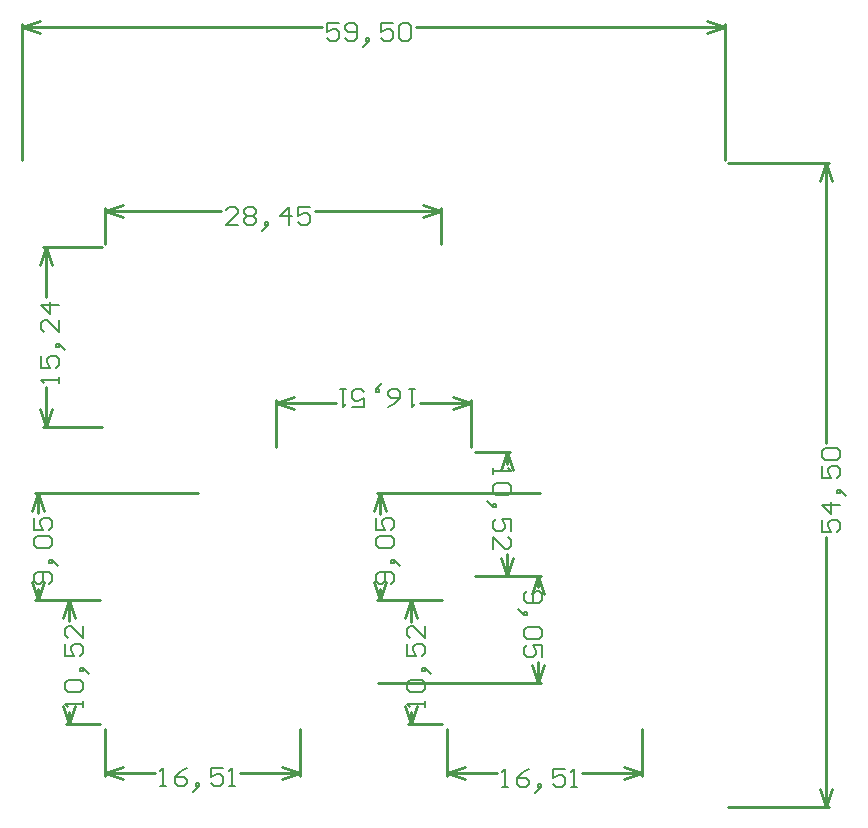
<source format=gbr>
%TF.GenerationSoftware,Altium Limited,Altium Designer,22.7.1 (60)*%
G04 Layer_Color=32768*
%FSLAX43Y43*%
%MOMM*%
%TF.SameCoordinates,798C7C01-C923-4F4B-AA1E-7D7C4C9A7158*%
%TF.FilePolarity,Positive*%
%TF.FileFunction,Other,Top_Dims*%
%TF.Part,CustomerPanel*%
G01*
G75*
%TA.AperFunction,NonConductor*%
%ADD23C,0.254*%
%ADD24C,0.152*%
D23*
X59500Y54754D02*
Y66294D01*
X0Y54754D02*
Y66294D01*
X33305Y66040D02*
X59500D01*
X0D02*
X25382D01*
X57976Y66548D02*
X59500Y66040D01*
X57976Y65532D02*
X59500Y66040D01*
X0D02*
X1524Y65532D01*
X0Y66040D02*
X1524Y66548D01*
X59754Y54500D02*
X68351D01*
X59754Y0D02*
X68351D01*
X68097Y30805D02*
Y54500D01*
Y0D02*
Y22882D01*
X67589Y52976D02*
X68097Y54500D01*
X68605Y52976D01*
X68097Y0D02*
X68605Y1524D01*
X67589D02*
X68097Y0D01*
X1082Y26567D02*
X14874D01*
X1082Y17516D02*
X6619D01*
X1336Y24834D02*
Y26567D01*
Y17516D02*
Y18435D01*
X828Y25043D02*
X1336Y26567D01*
X1844Y25043D01*
X1336Y17516D02*
X1844Y19040D01*
X828D02*
X1336Y17516D01*
X3698Y7000D02*
X6619D01*
X3698Y17516D02*
X6619D01*
X3952Y7000D02*
Y8017D01*
Y15686D02*
Y17516D01*
Y7000D02*
X4460Y8524D01*
X3444D02*
X3952Y7000D01*
X3444Y15992D02*
X3952Y17516D01*
X4460Y15992D01*
X23510Y2631D02*
Y6619D01*
X7000Y2631D02*
Y6619D01*
X18429Y2885D02*
X23510D01*
X7000D02*
X11268D01*
X21986Y3393D02*
X23510Y2885D01*
X21986Y2377D02*
X23510Y2885D01*
X7000D02*
X8524Y2377D01*
X7000Y2885D02*
X8524Y3393D01*
X43891Y10507D02*
X30099D01*
X43891Y19558D02*
X38354D01*
X43637Y12239D02*
Y10507D01*
Y19558D02*
Y18638D01*
X44145Y12031D02*
X43637Y10507D01*
X43129Y12031D01*
X43637Y19558D02*
X43129Y18034D01*
X44145D02*
X43637Y19558D01*
X41275Y30074D02*
X38354D01*
X41275Y19558D02*
X38354D01*
X41021Y30074D02*
Y29057D01*
Y21388D02*
Y19558D01*
Y30074D02*
X40513Y28550D01*
X41529D02*
X41021Y30074D01*
X41529Y21082D02*
X41021Y19558D01*
X40513Y21082D01*
X21463Y34442D02*
Y30455D01*
X37973Y34442D02*
Y30455D01*
X26544Y34188D02*
X21463D01*
X37973D02*
X33705D01*
X22987Y33680D02*
X21463Y34188D01*
X22987Y34696D02*
X21463Y34188D01*
X37973D02*
X36449Y34696D01*
X37973Y34188D02*
X36449Y33680D01*
X35448Y47625D02*
Y50673D01*
X7000Y47625D02*
Y50673D01*
X24779Y50419D02*
X35448D01*
X7000D02*
X16856D01*
X33924Y50927D02*
X35448Y50419D01*
X33924Y49911D02*
X35448Y50419D01*
X7000D02*
X8524Y49911D01*
X7000Y50419D02*
X8524Y50927D01*
X1729Y32131D02*
X6746D01*
X1729Y47371D02*
X6746D01*
X1983Y32131D02*
Y35510D01*
Y43179D02*
Y47371D01*
Y32131D02*
X2491Y33655D01*
X1475D02*
X1983Y32131D01*
X1475Y45847D02*
X1983Y47371D01*
X2491Y45847D01*
X30032Y26552D02*
X43824D01*
X30032Y17501D02*
X35569D01*
X30286Y24819D02*
Y26552D01*
Y17501D02*
Y18420D01*
X29778Y25028D02*
X30286Y26552D01*
X30794Y25028D01*
X30286Y17501D02*
X30794Y19025D01*
X29778D02*
X30286Y17501D01*
X32648Y6985D02*
X35569D01*
X32648Y17501D02*
X35569D01*
X32902Y6985D02*
Y8002D01*
Y15671D02*
Y17501D01*
Y6985D02*
X33410Y8509D01*
X32394D02*
X32902Y6985D01*
X32394Y15977D02*
X32902Y17501D01*
X33410Y15977D01*
X52460Y2616D02*
Y6604D01*
X35950Y2616D02*
Y6604D01*
X47379Y2870D02*
X52460D01*
X35950D02*
X40218D01*
X50936Y3378D02*
X52460Y2870D01*
X50936Y2362D02*
X52460Y2870D01*
X35950D02*
X37474Y2362D01*
X35950Y2870D02*
X37474Y3378D01*
D24*
X26804Y66395D02*
X25789D01*
Y65634D01*
X26297Y65888D01*
X26551D01*
X26804Y65634D01*
Y65126D01*
X26551Y64872D01*
X26043D01*
X25789Y65126D01*
X27312D02*
X27566Y64872D01*
X28074D01*
X28328Y65126D01*
Y66142D01*
X28074Y66395D01*
X27566D01*
X27312Y66142D01*
Y65888D01*
X27566Y65634D01*
X28328D01*
X29090Y64618D02*
X29344Y64872D01*
Y65126D01*
X29090D01*
Y64872D01*
X29344D01*
X29090Y64618D01*
X28836Y64364D01*
X31375Y66395D02*
X30359D01*
Y65634D01*
X30867Y65888D01*
X31121D01*
X31375Y65634D01*
Y65126D01*
X31121Y64872D01*
X30613D01*
X30359Y65126D01*
X31883Y66142D02*
X32137Y66395D01*
X32645D01*
X32898Y66142D01*
Y65126D01*
X32645Y64872D01*
X32137D01*
X31883Y65126D01*
Y66142D01*
X67742Y24304D02*
Y23289D01*
X68504D01*
X68250Y23797D01*
Y24051D01*
X68504Y24304D01*
X69012D01*
X69265Y24051D01*
Y23543D01*
X69012Y23289D01*
X69265Y25574D02*
X67742D01*
X68504Y24812D01*
Y25828D01*
X69519Y26590D02*
X69265Y26844D01*
X69012D01*
Y26590D01*
X69265D01*
Y26844D01*
X69519Y26590D01*
X69773Y26336D01*
X67742Y28875D02*
Y27859D01*
X68504D01*
X68250Y28367D01*
Y28621D01*
X68504Y28875D01*
X69012D01*
X69265Y28621D01*
Y28113D01*
X69012Y27859D01*
X67996Y29383D02*
X67742Y29637D01*
Y30145D01*
X67996Y30398D01*
X69012D01*
X69265Y30145D01*
Y29637D01*
X69012Y29383D01*
X67996D01*
X2250Y18842D02*
X2504Y19096D01*
Y19604D01*
X2250Y19857D01*
X1234D01*
X980Y19604D01*
Y19096D01*
X1234Y18842D01*
X1488D01*
X1742Y19096D01*
Y19857D01*
X2758Y20619D02*
X2504Y20873D01*
X2250D01*
Y20619D01*
X2504D01*
Y20873D01*
X2758Y20619D01*
X3012Y20365D01*
X1234Y21889D02*
X980Y22143D01*
Y22651D01*
X1234Y22904D01*
X2250D01*
X2504Y22651D01*
Y22143D01*
X2250Y21889D01*
X1234D01*
X980Y24428D02*
Y23412D01*
X1742D01*
X1488Y23920D01*
Y24174D01*
X1742Y24428D01*
X2250D01*
X2504Y24174D01*
Y23666D01*
X2250Y23412D01*
X5120Y8424D02*
Y8931D01*
Y8677D01*
X3597D01*
X3850Y8424D01*
Y9693D02*
X3597Y9947D01*
Y10455D01*
X3850Y10709D01*
X4866D01*
X5120Y10455D01*
Y9947D01*
X4866Y9693D01*
X3850D01*
X5374Y11471D02*
X5120Y11724D01*
X4866D01*
Y11471D01*
X5120D01*
Y11724D01*
X5374Y11471D01*
X5628Y11217D01*
X3597Y13756D02*
Y12740D01*
X4358D01*
X4104Y13248D01*
Y13502D01*
X4358Y13756D01*
X4866D01*
X5120Y13502D01*
Y12994D01*
X4866Y12740D01*
X5120Y15279D02*
Y14264D01*
X4104Y15279D01*
X3850D01*
X3597Y15025D01*
Y14518D01*
X3850Y14264D01*
X11675Y1717D02*
X12182D01*
X11929D01*
Y3241D01*
X11675Y2987D01*
X13960Y3241D02*
X13452Y2987D01*
X12944Y2479D01*
Y1971D01*
X13198Y1717D01*
X13706D01*
X13960Y1971D01*
Y2225D01*
X13706Y2479D01*
X12944D01*
X14722Y1463D02*
X14976Y1717D01*
Y1971D01*
X14722D01*
Y1717D01*
X14976D01*
X14722Y1463D01*
X14468Y1209D01*
X17007Y3241D02*
X15991D01*
Y2479D01*
X16499Y2733D01*
X16753D01*
X17007Y2479D01*
Y1971D01*
X16753Y1717D01*
X16245D01*
X15991Y1971D01*
X17515Y1717D02*
X18023D01*
X17769D01*
Y3241D01*
X17515Y2987D01*
X42723Y18232D02*
X42469Y17978D01*
Y17470D01*
X42723Y17216D01*
X43739D01*
X43993Y17470D01*
Y17978D01*
X43739Y18232D01*
X43485D01*
X43231Y17978D01*
Y17216D01*
X42215Y16454D02*
X42469Y16201D01*
X42723D01*
Y16454D01*
X42469D01*
Y16201D01*
X42215Y16454D01*
X41961Y16708D01*
X43739Y15185D02*
X43993Y14931D01*
Y14423D01*
X43739Y14169D01*
X42723D01*
X42469Y14423D01*
Y14931D01*
X42723Y15185D01*
X43739D01*
X43993Y12646D02*
Y13661D01*
X43231D01*
X43485Y13153D01*
Y12900D01*
X43231Y12646D01*
X42723D01*
X42469Y12900D01*
Y13407D01*
X42723Y13661D01*
X39853Y28650D02*
Y28142D01*
Y28396D01*
X41376D01*
X41123Y28650D01*
Y27381D02*
X41376Y27127D01*
Y26619D01*
X41123Y26365D01*
X40107D01*
X39853Y26619D01*
Y27127D01*
X40107Y27381D01*
X41123D01*
X39599Y25603D02*
X39853Y25349D01*
X40107D01*
Y25603D01*
X39853D01*
Y25349D01*
X39599Y25603D01*
X39345Y25857D01*
X41376Y23318D02*
Y24334D01*
X40615D01*
X40869Y23826D01*
Y23572D01*
X40615Y23318D01*
X40107D01*
X39853Y23572D01*
Y24080D01*
X40107Y24334D01*
X39853Y21794D02*
Y22810D01*
X40869Y21794D01*
X41123D01*
X41376Y22048D01*
Y22556D01*
X41123Y22810D01*
X33298Y35357D02*
X32791D01*
X33044D01*
Y33833D01*
X33298Y34087D01*
X31013Y33833D02*
X31521Y34087D01*
X32029Y34595D01*
Y35103D01*
X31775Y35357D01*
X31267D01*
X31013Y35103D01*
Y34849D01*
X31267Y34595D01*
X32029D01*
X30251Y35610D02*
X29997Y35357D01*
Y35103D01*
X30251D01*
Y35357D01*
X29997D01*
X30251Y35610D01*
X30505Y35864D01*
X27966Y33833D02*
X28982D01*
Y34595D01*
X28474Y34341D01*
X28220D01*
X27966Y34595D01*
Y35103D01*
X28220Y35357D01*
X28728D01*
X28982Y35103D01*
X27458Y35357D02*
X26950D01*
X27204D01*
Y33833D01*
X27458Y34087D01*
X18278Y49251D02*
X17263D01*
X18278Y50267D01*
Y50521D01*
X18024Y50774D01*
X17517D01*
X17263Y50521D01*
X18786D02*
X19040Y50774D01*
X19548D01*
X19802Y50521D01*
Y50267D01*
X19548Y50013D01*
X19802Y49759D01*
Y49505D01*
X19548Y49251D01*
X19040D01*
X18786Y49505D01*
Y49759D01*
X19040Y50013D01*
X18786Y50267D01*
Y50521D01*
X19040Y50013D02*
X19548D01*
X20564Y48997D02*
X20818Y49251D01*
Y49505D01*
X20564D01*
Y49251D01*
X20818D01*
X20564Y48997D01*
X20310Y48743D01*
X22595Y49251D02*
Y50774D01*
X21833Y50013D01*
X22849D01*
X24372Y50774D02*
X23357D01*
Y50013D01*
X23865Y50267D01*
X24119D01*
X24372Y50013D01*
Y49505D01*
X24119Y49251D01*
X23611D01*
X23357Y49505D01*
X3151Y35917D02*
Y36425D01*
Y36171D01*
X1627D01*
X1881Y35917D01*
X1627Y38202D02*
Y37186D01*
X2389D01*
X2135Y37694D01*
Y37948D01*
X2389Y38202D01*
X2897D01*
X3151Y37948D01*
Y37440D01*
X2897Y37186D01*
X3405Y38964D02*
X3151Y39218D01*
X2897D01*
Y38964D01*
X3151D01*
Y39218D01*
X3405Y38964D01*
X3659Y38710D01*
X3151Y41249D02*
Y40233D01*
X2135Y41249D01*
X1881D01*
X1627Y40995D01*
Y40487D01*
X1881Y40233D01*
X3151Y42519D02*
X1627D01*
X2389Y41757D01*
Y42772D01*
X31200Y18827D02*
X31454Y19081D01*
Y19589D01*
X31200Y19842D01*
X30184D01*
X29930Y19589D01*
Y19081D01*
X30184Y18827D01*
X30438D01*
X30692Y19081D01*
Y19842D01*
X31708Y20604D02*
X31454Y20858D01*
X31200D01*
Y20604D01*
X31454D01*
Y20858D01*
X31708Y20604D01*
X31962Y20350D01*
X30184Y21874D02*
X29930Y22128D01*
Y22636D01*
X30184Y22889D01*
X31200D01*
X31454Y22636D01*
Y22128D01*
X31200Y21874D01*
X30184D01*
X29930Y24413D02*
Y23397D01*
X30692D01*
X30438Y23905D01*
Y24159D01*
X30692Y24413D01*
X31200D01*
X31454Y24159D01*
Y23651D01*
X31200Y23397D01*
X34070Y8409D02*
Y8916D01*
Y8662D01*
X32547D01*
X32800Y8409D01*
Y9678D02*
X32547Y9932D01*
Y10440D01*
X32800Y10694D01*
X33816D01*
X34070Y10440D01*
Y9932D01*
X33816Y9678D01*
X32800D01*
X34324Y11456D02*
X34070Y11709D01*
X33816D01*
Y11456D01*
X34070D01*
Y11709D01*
X34324Y11456D01*
X34578Y11202D01*
X32547Y13741D02*
Y12725D01*
X33308D01*
X33054Y13233D01*
Y13487D01*
X33308Y13741D01*
X33816D01*
X34070Y13487D01*
Y12979D01*
X33816Y12725D01*
X34070Y15264D02*
Y14249D01*
X33054Y15264D01*
X32800D01*
X32547Y15010D01*
Y14503D01*
X32800Y14249D01*
X40625Y1702D02*
X41132D01*
X40879D01*
Y3226D01*
X40625Y2972D01*
X42910Y3226D02*
X42402Y2972D01*
X41894Y2464D01*
Y1956D01*
X42148Y1702D01*
X42656D01*
X42910Y1956D01*
Y2210D01*
X42656Y2464D01*
X41894D01*
X43672Y1448D02*
X43926Y1702D01*
Y1956D01*
X43672D01*
Y1702D01*
X43926D01*
X43672Y1448D01*
X43418Y1194D01*
X45957Y3226D02*
X44941D01*
Y2464D01*
X45449Y2718D01*
X45703D01*
X45957Y2464D01*
Y1956D01*
X45703Y1702D01*
X45195D01*
X44941Y1956D01*
X46465Y1702D02*
X46973D01*
X46719D01*
Y3226D01*
X46465Y2972D01*
%TF.MD5,724b6315b538da2b2a9727fac9508b9c*%
M02*

</source>
